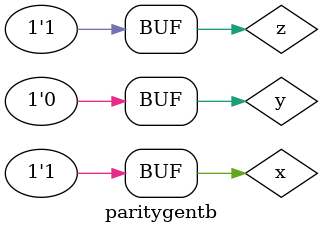
<source format=v>
`timescale 1ns / 1ps


module paritygentb();
reg x,y,z;
wire result;
paritygen aa(.x(x),.y(y),.z(z),.result(result));
initial
begin
x=0;
y=0;
z=0;
#100
x=1;
y=1;
z=1;
#100
x=1;
y=0;
z=1;

end

endmodule

</source>
